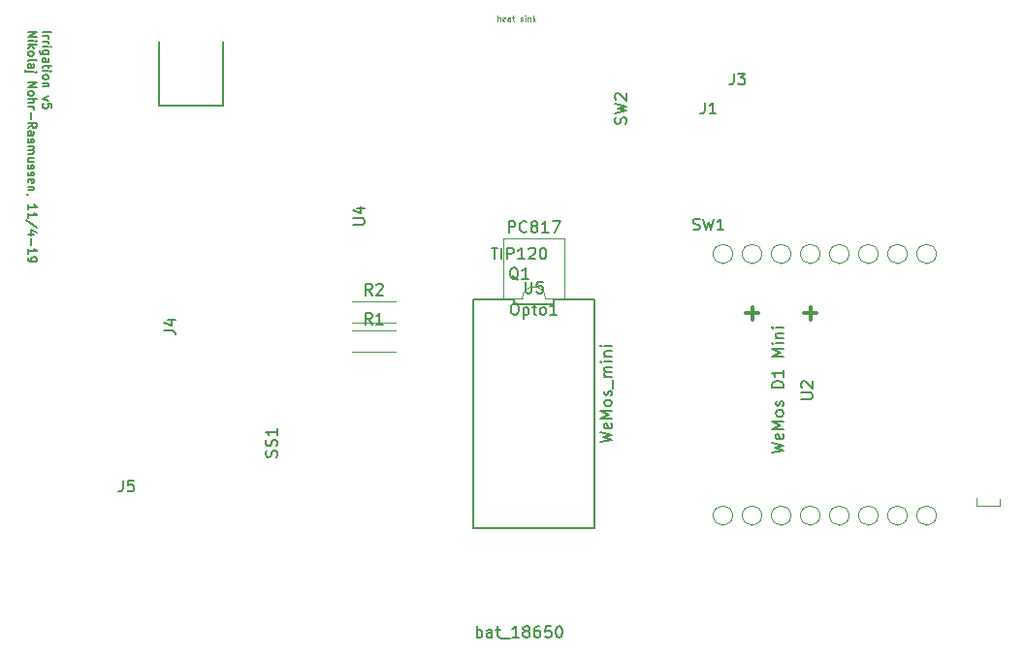
<source format=gto>
G04 #@! TF.GenerationSoftware,KiCad,Pcbnew,(5.0.2)-1*
G04 #@! TF.CreationDate,2019-04-11T22:06:56+02:00*
G04 #@! TF.ProjectId,irrigation_5Vvalve_4N25_CD74HC4052E_PCB,69727269-6761-4746-996f-6e5f35567661,rev?*
G04 #@! TF.SameCoordinates,Original*
G04 #@! TF.FileFunction,Legend,Top*
G04 #@! TF.FilePolarity,Positive*
%FSLAX46Y46*%
G04 Gerber Fmt 4.6, Leading zero omitted, Abs format (unit mm)*
G04 Created by KiCad (PCBNEW (5.0.2)-1) date 11-04-2019 22:06:56*
%MOMM*%
%LPD*%
G01*
G04 APERTURE LIST*
%ADD10C,0.150000*%
%ADD11C,0.300000*%
%ADD12C,0.100000*%
%ADD13C,0.120000*%
%ADD14C,0.060000*%
G04 APERTURE END LIST*
D10*
X21888214Y-21231071D02*
X22638214Y-21231071D01*
X21888214Y-21588214D02*
X22388214Y-21588214D01*
X22245357Y-21588214D02*
X22316785Y-21623928D01*
X22352500Y-21659642D01*
X22388214Y-21731071D01*
X22388214Y-21802500D01*
X21888214Y-22052500D02*
X22388214Y-22052500D01*
X22245357Y-22052500D02*
X22316785Y-22088214D01*
X22352500Y-22123928D01*
X22388214Y-22195357D01*
X22388214Y-22266785D01*
X21888214Y-22516785D02*
X22388214Y-22516785D01*
X22638214Y-22516785D02*
X22602500Y-22481071D01*
X22566785Y-22516785D01*
X22602500Y-22552500D01*
X22638214Y-22516785D01*
X22566785Y-22516785D01*
X22388214Y-23195357D02*
X21781071Y-23195357D01*
X21709642Y-23159642D01*
X21673928Y-23123928D01*
X21638214Y-23052500D01*
X21638214Y-22945357D01*
X21673928Y-22873928D01*
X21923928Y-23195357D02*
X21888214Y-23123928D01*
X21888214Y-22981071D01*
X21923928Y-22909642D01*
X21959642Y-22873928D01*
X22031071Y-22838214D01*
X22245357Y-22838214D01*
X22316785Y-22873928D01*
X22352500Y-22909642D01*
X22388214Y-22981071D01*
X22388214Y-23123928D01*
X22352500Y-23195357D01*
X21888214Y-23873928D02*
X22281071Y-23873928D01*
X22352500Y-23838214D01*
X22388214Y-23766785D01*
X22388214Y-23623928D01*
X22352500Y-23552500D01*
X21923928Y-23873928D02*
X21888214Y-23802500D01*
X21888214Y-23623928D01*
X21923928Y-23552500D01*
X21995357Y-23516785D01*
X22066785Y-23516785D01*
X22138214Y-23552500D01*
X22173928Y-23623928D01*
X22173928Y-23802500D01*
X22209642Y-23873928D01*
X22388214Y-24123928D02*
X22388214Y-24409642D01*
X22638214Y-24231071D02*
X21995357Y-24231071D01*
X21923928Y-24266785D01*
X21888214Y-24338214D01*
X21888214Y-24409642D01*
X21888214Y-24659642D02*
X22388214Y-24659642D01*
X22638214Y-24659642D02*
X22602500Y-24623928D01*
X22566785Y-24659642D01*
X22602500Y-24695357D01*
X22638214Y-24659642D01*
X22566785Y-24659642D01*
X21888214Y-25123928D02*
X21923928Y-25052500D01*
X21959642Y-25016785D01*
X22031071Y-24981071D01*
X22245357Y-24981071D01*
X22316785Y-25016785D01*
X22352500Y-25052500D01*
X22388214Y-25123928D01*
X22388214Y-25231071D01*
X22352500Y-25302500D01*
X22316785Y-25338214D01*
X22245357Y-25373928D01*
X22031071Y-25373928D01*
X21959642Y-25338214D01*
X21923928Y-25302500D01*
X21888214Y-25231071D01*
X21888214Y-25123928D01*
X22388214Y-25695357D02*
X21888214Y-25695357D01*
X22316785Y-25695357D02*
X22352500Y-25731071D01*
X22388214Y-25802500D01*
X22388214Y-25909642D01*
X22352500Y-25981071D01*
X22281071Y-26016785D01*
X21888214Y-26016785D01*
X22388214Y-26873928D02*
X21888214Y-27052500D01*
X22388214Y-27231071D01*
X22638214Y-27873928D02*
X22638214Y-27516785D01*
X22281071Y-27481071D01*
X22316785Y-27516785D01*
X22352500Y-27588214D01*
X22352500Y-27766785D01*
X22316785Y-27838214D01*
X22281071Y-27873928D01*
X22209642Y-27909642D01*
X22031071Y-27909642D01*
X21959642Y-27873928D01*
X21923928Y-27838214D01*
X21888214Y-27766785D01*
X21888214Y-27588214D01*
X21923928Y-27516785D01*
X21959642Y-27481071D01*
X20613214Y-21231071D02*
X21363214Y-21231071D01*
X20613214Y-21659642D01*
X21363214Y-21659642D01*
X20613214Y-22016785D02*
X21113214Y-22016785D01*
X21363214Y-22016785D02*
X21327500Y-21981071D01*
X21291785Y-22016785D01*
X21327500Y-22052500D01*
X21363214Y-22016785D01*
X21291785Y-22016785D01*
X20613214Y-22373928D02*
X21363214Y-22373928D01*
X20898928Y-22445357D02*
X20613214Y-22659642D01*
X21113214Y-22659642D02*
X20827500Y-22373928D01*
X20613214Y-23088214D02*
X20648928Y-23016785D01*
X20684642Y-22981071D01*
X20756071Y-22945357D01*
X20970357Y-22945357D01*
X21041785Y-22981071D01*
X21077500Y-23016785D01*
X21113214Y-23088214D01*
X21113214Y-23195357D01*
X21077500Y-23266785D01*
X21041785Y-23302500D01*
X20970357Y-23338214D01*
X20756071Y-23338214D01*
X20684642Y-23302500D01*
X20648928Y-23266785D01*
X20613214Y-23195357D01*
X20613214Y-23088214D01*
X20613214Y-23766785D02*
X20648928Y-23695357D01*
X20720357Y-23659642D01*
X21363214Y-23659642D01*
X20613214Y-24373928D02*
X21006071Y-24373928D01*
X21077500Y-24338214D01*
X21113214Y-24266785D01*
X21113214Y-24123928D01*
X21077500Y-24052500D01*
X20648928Y-24373928D02*
X20613214Y-24302500D01*
X20613214Y-24123928D01*
X20648928Y-24052500D01*
X20720357Y-24016785D01*
X20791785Y-24016785D01*
X20863214Y-24052500D01*
X20898928Y-24123928D01*
X20898928Y-24302500D01*
X20934642Y-24373928D01*
X21113214Y-24731071D02*
X20470357Y-24731071D01*
X20398928Y-24695357D01*
X20363214Y-24623928D01*
X20363214Y-24588214D01*
X21363214Y-24731071D02*
X21327500Y-24695357D01*
X21291785Y-24731071D01*
X21327500Y-24766785D01*
X21363214Y-24731071D01*
X21291785Y-24731071D01*
X20613214Y-25659642D02*
X21363214Y-25659642D01*
X20613214Y-26088214D01*
X21363214Y-26088214D01*
X20613214Y-26552500D02*
X20648928Y-26481071D01*
X20684642Y-26445357D01*
X20756071Y-26409642D01*
X20970357Y-26409642D01*
X21041785Y-26445357D01*
X21077500Y-26481071D01*
X21113214Y-26552500D01*
X21113214Y-26659642D01*
X21077500Y-26731071D01*
X21041785Y-26766785D01*
X20970357Y-26802500D01*
X20756071Y-26802500D01*
X20684642Y-26766785D01*
X20648928Y-26731071D01*
X20613214Y-26659642D01*
X20613214Y-26552500D01*
X20613214Y-27123928D02*
X21363214Y-27123928D01*
X20613214Y-27445357D02*
X21006071Y-27445357D01*
X21077500Y-27409642D01*
X21113214Y-27338214D01*
X21113214Y-27231071D01*
X21077500Y-27159642D01*
X21041785Y-27123928D01*
X20613214Y-27802500D02*
X21113214Y-27802500D01*
X20970357Y-27802500D02*
X21041785Y-27838214D01*
X21077500Y-27873928D01*
X21113214Y-27945357D01*
X21113214Y-28016785D01*
X20898928Y-28266785D02*
X20898928Y-28838214D01*
X20613214Y-29623928D02*
X20970357Y-29373928D01*
X20613214Y-29195357D02*
X21363214Y-29195357D01*
X21363214Y-29481071D01*
X21327500Y-29552500D01*
X21291785Y-29588214D01*
X21220357Y-29623928D01*
X21113214Y-29623928D01*
X21041785Y-29588214D01*
X21006071Y-29552500D01*
X20970357Y-29481071D01*
X20970357Y-29195357D01*
X20613214Y-30266785D02*
X21006071Y-30266785D01*
X21077500Y-30231071D01*
X21113214Y-30159642D01*
X21113214Y-30016785D01*
X21077500Y-29945357D01*
X20648928Y-30266785D02*
X20613214Y-30195357D01*
X20613214Y-30016785D01*
X20648928Y-29945357D01*
X20720357Y-29909642D01*
X20791785Y-29909642D01*
X20863214Y-29945357D01*
X20898928Y-30016785D01*
X20898928Y-30195357D01*
X20934642Y-30266785D01*
X20648928Y-30588214D02*
X20613214Y-30659642D01*
X20613214Y-30802500D01*
X20648928Y-30873928D01*
X20720357Y-30909642D01*
X20756071Y-30909642D01*
X20827500Y-30873928D01*
X20863214Y-30802500D01*
X20863214Y-30695357D01*
X20898928Y-30623928D01*
X20970357Y-30588214D01*
X21006071Y-30588214D01*
X21077500Y-30623928D01*
X21113214Y-30695357D01*
X21113214Y-30802500D01*
X21077500Y-30873928D01*
X20613214Y-31231071D02*
X21113214Y-31231071D01*
X21041785Y-31231071D02*
X21077499Y-31266785D01*
X21113214Y-31338214D01*
X21113214Y-31445357D01*
X21077499Y-31516785D01*
X21006071Y-31552500D01*
X20613214Y-31552500D01*
X21006071Y-31552500D02*
X21077499Y-31588214D01*
X21113214Y-31659642D01*
X21113214Y-31766785D01*
X21077499Y-31838214D01*
X21006071Y-31873928D01*
X20613214Y-31873928D01*
X21113214Y-32552500D02*
X20613214Y-32552500D01*
X21113214Y-32231071D02*
X20720357Y-32231071D01*
X20648928Y-32266785D01*
X20613214Y-32338214D01*
X20613214Y-32445357D01*
X20648928Y-32516785D01*
X20684642Y-32552500D01*
X20648928Y-32873928D02*
X20613214Y-32945357D01*
X20613214Y-33088214D01*
X20648928Y-33159642D01*
X20720357Y-33195357D01*
X20756071Y-33195357D01*
X20827499Y-33159642D01*
X20863214Y-33088214D01*
X20863214Y-32981071D01*
X20898928Y-32909642D01*
X20970357Y-32873928D01*
X21006071Y-32873928D01*
X21077499Y-32909642D01*
X21113214Y-32981071D01*
X21113214Y-33088214D01*
X21077499Y-33159642D01*
X20648928Y-33481071D02*
X20613214Y-33552500D01*
X20613214Y-33695357D01*
X20648928Y-33766785D01*
X20720357Y-33802500D01*
X20756071Y-33802500D01*
X20827499Y-33766785D01*
X20863214Y-33695357D01*
X20863214Y-33588214D01*
X20898928Y-33516785D01*
X20970357Y-33481071D01*
X21006071Y-33481071D01*
X21077499Y-33516785D01*
X21113214Y-33588214D01*
X21113214Y-33695357D01*
X21077499Y-33766785D01*
X20648928Y-34409642D02*
X20613214Y-34338214D01*
X20613214Y-34195357D01*
X20648928Y-34123928D01*
X20720357Y-34088214D01*
X21006071Y-34088214D01*
X21077499Y-34123928D01*
X21113214Y-34195357D01*
X21113214Y-34338214D01*
X21077499Y-34409642D01*
X21006071Y-34445357D01*
X20934642Y-34445357D01*
X20863214Y-34088214D01*
X21113214Y-34766785D02*
X20613214Y-34766785D01*
X21041785Y-34766785D02*
X21077499Y-34802500D01*
X21113214Y-34873928D01*
X21113214Y-34981071D01*
X21077499Y-35052500D01*
X21006071Y-35088214D01*
X20613214Y-35088214D01*
X20648928Y-35481071D02*
X20613214Y-35481071D01*
X20541785Y-35445357D01*
X20506071Y-35409642D01*
X20613214Y-36766785D02*
X20613214Y-36338214D01*
X20613214Y-36552500D02*
X21363214Y-36552500D01*
X21256071Y-36481071D01*
X21184642Y-36409642D01*
X21148928Y-36338214D01*
X20613214Y-37481071D02*
X20613214Y-37052500D01*
X20613214Y-37266785D02*
X21363214Y-37266785D01*
X21256071Y-37195357D01*
X21184642Y-37123928D01*
X21148928Y-37052500D01*
X21398928Y-38338214D02*
X20434642Y-37695357D01*
X21113214Y-38909642D02*
X20613214Y-38909642D01*
X21398928Y-38731071D02*
X20863214Y-38552500D01*
X20863214Y-39016785D01*
X20898928Y-39302500D02*
X20898928Y-39873928D01*
X20613214Y-40623928D02*
X20613214Y-40195357D01*
X20613214Y-40409642D02*
X21363214Y-40409642D01*
X21256071Y-40338214D01*
X21184642Y-40266785D01*
X21148928Y-40195357D01*
X20613214Y-40981071D02*
X20613214Y-41123928D01*
X20648928Y-41195357D01*
X20684642Y-41231071D01*
X20791785Y-41302500D01*
X20934642Y-41338214D01*
X21220357Y-41338214D01*
X21291785Y-41302500D01*
X21327499Y-41266785D01*
X21363214Y-41195357D01*
X21363214Y-41052500D01*
X21327499Y-40981071D01*
X21291785Y-40945357D01*
X21220357Y-40909642D01*
X21041785Y-40909642D01*
X20970357Y-40945357D01*
X20934642Y-40981071D01*
X20898928Y-41052500D01*
X20898928Y-41195357D01*
X20934642Y-41266785D01*
X20970357Y-41302500D01*
X21041785Y-41338214D01*
D11*
X84391428Y-45827142D02*
X83248571Y-45827142D01*
X83820000Y-46398571D02*
X83820000Y-45255714D01*
X89471428Y-45827142D02*
X88328571Y-45827142D01*
X88900000Y-46398571D02*
X88900000Y-45255714D01*
D10*
G04 #@! TO.C,U5*
X63016667Y-44620000D02*
X59510001Y-44620000D01*
X63016667Y-45070000D02*
X63016667Y-44620000D01*
X66523333Y-45070000D02*
X63016667Y-45070000D01*
X66523333Y-44620000D02*
X66523333Y-45070000D01*
X70030000Y-44620000D02*
X66523333Y-44620000D01*
X70029999Y-64600000D02*
X70030000Y-44620000D01*
X59510000Y-64600000D02*
X70029999Y-64600000D01*
X59510001Y-44620000D02*
X59510000Y-64600000D01*
D12*
G04 #@! TO.C,U2*
X103431738Y-62005820D02*
X103431738Y-62658459D01*
X103431738Y-62658459D02*
X105424932Y-62658459D01*
X105424932Y-62658459D02*
X105424932Y-62041098D01*
D13*
G04 #@! TO.C,Opto1*
X63770000Y-44510000D02*
G75*
G02X65770000Y-44510000I1000000J0D01*
G01*
X65770000Y-44510000D02*
X67420000Y-44510000D01*
X67420000Y-44510000D02*
X67420000Y-39310000D01*
X67420000Y-39310000D02*
X62120000Y-39310000D01*
X62120000Y-39310000D02*
X62120000Y-44510000D01*
X62120000Y-44510000D02*
X63770000Y-44510000D01*
G04 #@! TO.C,R1*
X48880000Y-49180000D02*
X52720000Y-49180000D01*
X48880000Y-47340000D02*
X52720000Y-47340000D01*
G04 #@! TO.C,R2*
X48880000Y-44800000D02*
X52720000Y-44800000D01*
X48880000Y-46640000D02*
X52720000Y-46640000D01*
D10*
G04 #@! TO.C,U4*
X37592000Y-22098000D02*
X37592000Y-27686000D01*
X37592000Y-27686000D02*
X32004000Y-27686000D01*
X32004000Y-27686000D02*
X32004000Y-22098000D01*
G04 #@! TD*
D12*
G04 #@! TO.C,U2*
X82130000Y-40640000D02*
G75*
G03X82130000Y-40640000I-850000J0D01*
G01*
X84670000Y-40640000D02*
G75*
G03X84670000Y-40640000I-850000J0D01*
G01*
X87210000Y-40640000D02*
G75*
G03X87210000Y-40640000I-850000J0D01*
G01*
X89750000Y-40640000D02*
G75*
G03X89750000Y-40640000I-850000J0D01*
G01*
X92290000Y-40640000D02*
G75*
G03X92290000Y-40640000I-850000J0D01*
G01*
X94830000Y-40640000D02*
G75*
G03X94830000Y-40640000I-850000J0D01*
G01*
X97370000Y-40640000D02*
G75*
G03X97370000Y-40640000I-850000J0D01*
G01*
X99910000Y-40640000D02*
G75*
G03X99910000Y-40640000I-850000J0D01*
G01*
X99910000Y-63500000D02*
G75*
G03X99910000Y-63500000I-850000J0D01*
G01*
X97370000Y-63500000D02*
G75*
G03X97370000Y-63500000I-850000J0D01*
G01*
X94830000Y-63500000D02*
G75*
G03X94830000Y-63500000I-850000J0D01*
G01*
X92290000Y-63500000D02*
G75*
G03X92290000Y-63500000I-850000J0D01*
G01*
X89750000Y-63500000D02*
G75*
G03X89750000Y-63500000I-850000J0D01*
G01*
X87210000Y-63500000D02*
G75*
G03X87210000Y-63500000I-850000J0D01*
G01*
X84670000Y-63500000D02*
G75*
G03X84670000Y-63500000I-850000J0D01*
G01*
X82130000Y-63500000D02*
G75*
G03X82130000Y-63500000I-850000J0D01*
G01*
G04 #@! TD*
G04 #@! TO.C,bat_18650*
D10*
X59785714Y-74152380D02*
X59785714Y-73152380D01*
X59785714Y-73533333D02*
X59880952Y-73485714D01*
X60071428Y-73485714D01*
X60166666Y-73533333D01*
X60214285Y-73580952D01*
X60261904Y-73676190D01*
X60261904Y-73961904D01*
X60214285Y-74057142D01*
X60166666Y-74104761D01*
X60071428Y-74152380D01*
X59880952Y-74152380D01*
X59785714Y-74104761D01*
X61119047Y-74152380D02*
X61119047Y-73628571D01*
X61071428Y-73533333D01*
X60976190Y-73485714D01*
X60785714Y-73485714D01*
X60690476Y-73533333D01*
X61119047Y-74104761D02*
X61023809Y-74152380D01*
X60785714Y-74152380D01*
X60690476Y-74104761D01*
X60642857Y-74009523D01*
X60642857Y-73914285D01*
X60690476Y-73819047D01*
X60785714Y-73771428D01*
X61023809Y-73771428D01*
X61119047Y-73723809D01*
X61452380Y-73485714D02*
X61833333Y-73485714D01*
X61595238Y-73152380D02*
X61595238Y-74009523D01*
X61642857Y-74104761D01*
X61738095Y-74152380D01*
X61833333Y-74152380D01*
X61928571Y-74247619D02*
X62690476Y-74247619D01*
X63452380Y-74152380D02*
X62880952Y-74152380D01*
X63166666Y-74152380D02*
X63166666Y-73152380D01*
X63071428Y-73295238D01*
X62976190Y-73390476D01*
X62880952Y-73438095D01*
X64023809Y-73580952D02*
X63928571Y-73533333D01*
X63880952Y-73485714D01*
X63833333Y-73390476D01*
X63833333Y-73342857D01*
X63880952Y-73247619D01*
X63928571Y-73200000D01*
X64023809Y-73152380D01*
X64214285Y-73152380D01*
X64309523Y-73200000D01*
X64357142Y-73247619D01*
X64404761Y-73342857D01*
X64404761Y-73390476D01*
X64357142Y-73485714D01*
X64309523Y-73533333D01*
X64214285Y-73580952D01*
X64023809Y-73580952D01*
X63928571Y-73628571D01*
X63880952Y-73676190D01*
X63833333Y-73771428D01*
X63833333Y-73961904D01*
X63880952Y-74057142D01*
X63928571Y-74104761D01*
X64023809Y-74152380D01*
X64214285Y-74152380D01*
X64309523Y-74104761D01*
X64357142Y-74057142D01*
X64404761Y-73961904D01*
X64404761Y-73771428D01*
X64357142Y-73676190D01*
X64309523Y-73628571D01*
X64214285Y-73580952D01*
X65261904Y-73152380D02*
X65071428Y-73152380D01*
X64976190Y-73200000D01*
X64928571Y-73247619D01*
X64833333Y-73390476D01*
X64785714Y-73580952D01*
X64785714Y-73961904D01*
X64833333Y-74057142D01*
X64880952Y-74104761D01*
X64976190Y-74152380D01*
X65166666Y-74152380D01*
X65261904Y-74104761D01*
X65309523Y-74057142D01*
X65357142Y-73961904D01*
X65357142Y-73723809D01*
X65309523Y-73628571D01*
X65261904Y-73580952D01*
X65166666Y-73533333D01*
X64976190Y-73533333D01*
X64880952Y-73580952D01*
X64833333Y-73628571D01*
X64785714Y-73723809D01*
X66261904Y-73152380D02*
X65785714Y-73152380D01*
X65738095Y-73628571D01*
X65785714Y-73580952D01*
X65880952Y-73533333D01*
X66119047Y-73533333D01*
X66214285Y-73580952D01*
X66261904Y-73628571D01*
X66309523Y-73723809D01*
X66309523Y-73961904D01*
X66261904Y-74057142D01*
X66214285Y-74104761D01*
X66119047Y-74152380D01*
X65880952Y-74152380D01*
X65785714Y-74104761D01*
X65738095Y-74057142D01*
X66928571Y-73152380D02*
X67023809Y-73152380D01*
X67119047Y-73200000D01*
X67166666Y-73247619D01*
X67214285Y-73342857D01*
X67261904Y-73533333D01*
X67261904Y-73771428D01*
X67214285Y-73961904D01*
X67166666Y-74057142D01*
X67119047Y-74104761D01*
X67023809Y-74152380D01*
X66928571Y-74152380D01*
X66833333Y-74104761D01*
X66785714Y-74057142D01*
X66738095Y-73961904D01*
X66690476Y-73771428D01*
X66690476Y-73533333D01*
X66738095Y-73342857D01*
X66785714Y-73247619D01*
X66833333Y-73200000D01*
X66928571Y-73152380D01*
G04 #@! TO.C,SW2*
X72794761Y-29273333D02*
X72842380Y-29130476D01*
X72842380Y-28892380D01*
X72794761Y-28797142D01*
X72747142Y-28749523D01*
X72651904Y-28701904D01*
X72556666Y-28701904D01*
X72461428Y-28749523D01*
X72413809Y-28797142D01*
X72366190Y-28892380D01*
X72318571Y-29082857D01*
X72270952Y-29178095D01*
X72223333Y-29225714D01*
X72128095Y-29273333D01*
X72032857Y-29273333D01*
X71937619Y-29225714D01*
X71890000Y-29178095D01*
X71842380Y-29082857D01*
X71842380Y-28844761D01*
X71890000Y-28701904D01*
X71842380Y-28368571D02*
X72842380Y-28130476D01*
X72128095Y-27940000D01*
X72842380Y-27749523D01*
X71842380Y-27511428D01*
X71937619Y-27178095D02*
X71890000Y-27130476D01*
X71842380Y-27035238D01*
X71842380Y-26797142D01*
X71890000Y-26701904D01*
X71937619Y-26654285D01*
X72032857Y-26606666D01*
X72128095Y-26606666D01*
X72270952Y-26654285D01*
X72842380Y-27225714D01*
X72842380Y-26606666D01*
G04 #@! TO.C,U5*
X64008095Y-43072380D02*
X64008095Y-43881904D01*
X64055714Y-43977142D01*
X64103333Y-44024761D01*
X64198571Y-44072380D01*
X64389047Y-44072380D01*
X64484285Y-44024761D01*
X64531904Y-43977142D01*
X64579523Y-43881904D01*
X64579523Y-43072380D01*
X65531904Y-43072380D02*
X65055714Y-43072380D01*
X65008095Y-43548571D01*
X65055714Y-43500952D01*
X65150952Y-43453333D01*
X65389047Y-43453333D01*
X65484285Y-43500952D01*
X65531904Y-43548571D01*
X65579523Y-43643809D01*
X65579523Y-43881904D01*
X65531904Y-43977142D01*
X65484285Y-44024761D01*
X65389047Y-44072380D01*
X65150952Y-44072380D01*
X65055714Y-44024761D01*
X65008095Y-43977142D01*
G04 #@! TO.C,J1*
X79676666Y-27392380D02*
X79676666Y-28106666D01*
X79629047Y-28249523D01*
X79533809Y-28344761D01*
X79390952Y-28392380D01*
X79295714Y-28392380D01*
X80676666Y-28392380D02*
X80105238Y-28392380D01*
X80390952Y-28392380D02*
X80390952Y-27392380D01*
X80295714Y-27535238D01*
X80200476Y-27630476D01*
X80105238Y-27678095D01*
G04 #@! TO.C,U2*
X88098380Y-53339904D02*
X88907904Y-53339904D01*
X89003142Y-53292285D01*
X89050761Y-53244666D01*
X89098380Y-53149428D01*
X89098380Y-52958952D01*
X89050761Y-52863714D01*
X89003142Y-52816095D01*
X88907904Y-52768476D01*
X88098380Y-52768476D01*
X88193619Y-52339904D02*
X88146000Y-52292285D01*
X88098380Y-52197047D01*
X88098380Y-51958952D01*
X88146000Y-51863714D01*
X88193619Y-51816095D01*
X88288857Y-51768476D01*
X88384095Y-51768476D01*
X88526952Y-51816095D01*
X89098380Y-52387523D01*
X89098380Y-51768476D01*
X70572380Y-57093904D02*
X71572380Y-56855809D01*
X70858095Y-56665333D01*
X71572380Y-56474857D01*
X70572380Y-56236761D01*
X71524761Y-55474857D02*
X71572380Y-55570095D01*
X71572380Y-55760571D01*
X71524761Y-55855809D01*
X71429523Y-55903428D01*
X71048571Y-55903428D01*
X70953333Y-55855809D01*
X70905714Y-55760571D01*
X70905714Y-55570095D01*
X70953333Y-55474857D01*
X71048571Y-55427238D01*
X71143809Y-55427238D01*
X71239047Y-55903428D01*
X71572380Y-54998666D02*
X70572380Y-54998666D01*
X71286666Y-54665333D01*
X70572380Y-54332000D01*
X71572380Y-54332000D01*
X71572380Y-53712952D02*
X71524761Y-53808190D01*
X71477142Y-53855809D01*
X71381904Y-53903428D01*
X71096190Y-53903428D01*
X71000952Y-53855809D01*
X70953333Y-53808190D01*
X70905714Y-53712952D01*
X70905714Y-53570095D01*
X70953333Y-53474857D01*
X71000952Y-53427238D01*
X71096190Y-53379619D01*
X71381904Y-53379619D01*
X71477142Y-53427238D01*
X71524761Y-53474857D01*
X71572380Y-53570095D01*
X71572380Y-53712952D01*
X71524761Y-52998666D02*
X71572380Y-52903428D01*
X71572380Y-52712952D01*
X71524761Y-52617714D01*
X71429523Y-52570095D01*
X71381904Y-52570095D01*
X71286666Y-52617714D01*
X71239047Y-52712952D01*
X71239047Y-52855809D01*
X71191428Y-52951047D01*
X71096190Y-52998666D01*
X71048571Y-52998666D01*
X70953333Y-52951047D01*
X70905714Y-52855809D01*
X70905714Y-52712952D01*
X70953333Y-52617714D01*
X71667619Y-52379619D02*
X71667619Y-51617714D01*
X71572380Y-51379619D02*
X70905714Y-51379619D01*
X71000952Y-51379619D02*
X70953333Y-51332000D01*
X70905714Y-51236761D01*
X70905714Y-51093904D01*
X70953333Y-50998666D01*
X71048571Y-50951047D01*
X71572380Y-50951047D01*
X71048571Y-50951047D02*
X70953333Y-50903428D01*
X70905714Y-50808190D01*
X70905714Y-50665333D01*
X70953333Y-50570095D01*
X71048571Y-50522476D01*
X71572380Y-50522476D01*
X71572380Y-50046285D02*
X70905714Y-50046285D01*
X70572380Y-50046285D02*
X70620000Y-50093904D01*
X70667619Y-50046285D01*
X70620000Y-49998666D01*
X70572380Y-50046285D01*
X70667619Y-50046285D01*
X70905714Y-49570095D02*
X71572380Y-49570095D01*
X71000952Y-49570095D02*
X70953333Y-49522476D01*
X70905714Y-49427238D01*
X70905714Y-49284380D01*
X70953333Y-49189142D01*
X71048571Y-49141523D01*
X71572380Y-49141523D01*
X71572380Y-48665333D02*
X70905714Y-48665333D01*
X70572380Y-48665333D02*
X70620000Y-48712952D01*
X70667619Y-48665333D01*
X70620000Y-48617714D01*
X70572380Y-48665333D01*
X70667619Y-48665333D01*
X85558380Y-58020751D02*
X86558380Y-57782656D01*
X85844095Y-57592180D01*
X86558380Y-57401703D01*
X85558380Y-57163608D01*
X86510761Y-56401703D02*
X86558380Y-56496942D01*
X86558380Y-56687418D01*
X86510761Y-56782656D01*
X86415523Y-56830275D01*
X86034571Y-56830275D01*
X85939333Y-56782656D01*
X85891714Y-56687418D01*
X85891714Y-56496942D01*
X85939333Y-56401703D01*
X86034571Y-56354084D01*
X86129809Y-56354084D01*
X86225047Y-56830275D01*
X86558380Y-55925513D02*
X85558380Y-55925513D01*
X86272666Y-55592180D01*
X85558380Y-55258846D01*
X86558380Y-55258846D01*
X86558380Y-54639799D02*
X86510761Y-54735037D01*
X86463142Y-54782656D01*
X86367904Y-54830275D01*
X86082190Y-54830275D01*
X85986952Y-54782656D01*
X85939333Y-54735037D01*
X85891714Y-54639799D01*
X85891714Y-54496942D01*
X85939333Y-54401703D01*
X85986952Y-54354084D01*
X86082190Y-54306465D01*
X86367904Y-54306465D01*
X86463142Y-54354084D01*
X86510761Y-54401703D01*
X86558380Y-54496942D01*
X86558380Y-54639799D01*
X86510761Y-53925513D02*
X86558380Y-53830275D01*
X86558380Y-53639799D01*
X86510761Y-53544561D01*
X86415523Y-53496942D01*
X86367904Y-53496942D01*
X86272666Y-53544561D01*
X86225047Y-53639799D01*
X86225047Y-53782656D01*
X86177428Y-53877894D01*
X86082190Y-53925513D01*
X86034571Y-53925513D01*
X85939333Y-53877894D01*
X85891714Y-53782656D01*
X85891714Y-53639799D01*
X85939333Y-53544561D01*
X86558380Y-52306465D02*
X85558380Y-52306465D01*
X85558380Y-52068370D01*
X85606000Y-51925513D01*
X85701238Y-51830275D01*
X85796476Y-51782656D01*
X85986952Y-51735037D01*
X86129809Y-51735037D01*
X86320285Y-51782656D01*
X86415523Y-51830275D01*
X86510761Y-51925513D01*
X86558380Y-52068370D01*
X86558380Y-52306465D01*
X86558380Y-50782656D02*
X86558380Y-51354084D01*
X86558380Y-51068370D02*
X85558380Y-51068370D01*
X85701238Y-51163608D01*
X85796476Y-51258846D01*
X85844095Y-51354084D01*
X86558380Y-49592180D02*
X85558380Y-49592180D01*
X86272666Y-49258846D01*
X85558380Y-48925513D01*
X86558380Y-48925513D01*
X86558380Y-48449322D02*
X85891714Y-48449322D01*
X85558380Y-48449322D02*
X85606000Y-48496942D01*
X85653619Y-48449322D01*
X85606000Y-48401703D01*
X85558380Y-48449322D01*
X85653619Y-48449322D01*
X85891714Y-47973132D02*
X86558380Y-47973132D01*
X85986952Y-47973132D02*
X85939333Y-47925513D01*
X85891714Y-47830275D01*
X85891714Y-47687418D01*
X85939333Y-47592180D01*
X86034571Y-47544561D01*
X86558380Y-47544561D01*
X86558380Y-47068370D02*
X85891714Y-47068370D01*
X85558380Y-47068370D02*
X85606000Y-47115989D01*
X85653619Y-47068370D01*
X85606000Y-47020751D01*
X85558380Y-47068370D01*
X85653619Y-47068370D01*
G04 #@! TO.C,J3*
X82216666Y-24852380D02*
X82216666Y-25566666D01*
X82169047Y-25709523D01*
X82073809Y-25804761D01*
X81930952Y-25852380D01*
X81835714Y-25852380D01*
X82597619Y-24852380D02*
X83216666Y-24852380D01*
X82883333Y-25233333D01*
X83026190Y-25233333D01*
X83121428Y-25280952D01*
X83169047Y-25328571D01*
X83216666Y-25423809D01*
X83216666Y-25661904D01*
X83169047Y-25757142D01*
X83121428Y-25804761D01*
X83026190Y-25852380D01*
X82740476Y-25852380D01*
X82645238Y-25804761D01*
X82597619Y-25757142D01*
G04 #@! TO.C,Opto1*
X63008095Y-44962380D02*
X63198571Y-44962380D01*
X63293809Y-45010000D01*
X63389047Y-45105238D01*
X63436666Y-45295714D01*
X63436666Y-45629047D01*
X63389047Y-45819523D01*
X63293809Y-45914761D01*
X63198571Y-45962380D01*
X63008095Y-45962380D01*
X62912857Y-45914761D01*
X62817619Y-45819523D01*
X62770000Y-45629047D01*
X62770000Y-45295714D01*
X62817619Y-45105238D01*
X62912857Y-45010000D01*
X63008095Y-44962380D01*
X63865238Y-45295714D02*
X63865238Y-46295714D01*
X63865238Y-45343333D02*
X63960476Y-45295714D01*
X64150952Y-45295714D01*
X64246190Y-45343333D01*
X64293809Y-45390952D01*
X64341428Y-45486190D01*
X64341428Y-45771904D01*
X64293809Y-45867142D01*
X64246190Y-45914761D01*
X64150952Y-45962380D01*
X63960476Y-45962380D01*
X63865238Y-45914761D01*
X64627142Y-45295714D02*
X65008095Y-45295714D01*
X64769999Y-44962380D02*
X64769999Y-45819523D01*
X64817619Y-45914761D01*
X64912857Y-45962380D01*
X65008095Y-45962380D01*
X65484285Y-45962380D02*
X65389047Y-45914761D01*
X65341428Y-45867142D01*
X65293809Y-45771904D01*
X65293809Y-45486190D01*
X65341428Y-45390952D01*
X65389047Y-45343333D01*
X65484285Y-45295714D01*
X65627142Y-45295714D01*
X65722380Y-45343333D01*
X65769999Y-45390952D01*
X65817619Y-45486190D01*
X65817619Y-45771904D01*
X65769999Y-45867142D01*
X65722380Y-45914761D01*
X65627142Y-45962380D01*
X65484285Y-45962380D01*
X66770000Y-45962380D02*
X66198571Y-45962380D01*
X66484285Y-45962380D02*
X66484285Y-44962380D01*
X66389047Y-45105238D01*
X66293809Y-45200476D01*
X66198571Y-45248095D01*
X62579523Y-38762380D02*
X62579523Y-37762380D01*
X62960476Y-37762380D01*
X63055714Y-37810000D01*
X63103333Y-37857619D01*
X63150952Y-37952857D01*
X63150952Y-38095714D01*
X63103333Y-38190952D01*
X63055714Y-38238571D01*
X62960476Y-38286190D01*
X62579523Y-38286190D01*
X64150952Y-38667142D02*
X64103333Y-38714761D01*
X63960476Y-38762380D01*
X63865238Y-38762380D01*
X63722380Y-38714761D01*
X63627142Y-38619523D01*
X63579523Y-38524285D01*
X63531904Y-38333809D01*
X63531904Y-38190952D01*
X63579523Y-38000476D01*
X63627142Y-37905238D01*
X63722380Y-37810000D01*
X63865238Y-37762380D01*
X63960476Y-37762380D01*
X64103333Y-37810000D01*
X64150952Y-37857619D01*
X64722380Y-38190952D02*
X64627142Y-38143333D01*
X64579523Y-38095714D01*
X64531904Y-38000476D01*
X64531904Y-37952857D01*
X64579523Y-37857619D01*
X64627142Y-37810000D01*
X64722380Y-37762380D01*
X64912857Y-37762380D01*
X65008095Y-37810000D01*
X65055714Y-37857619D01*
X65103333Y-37952857D01*
X65103333Y-38000476D01*
X65055714Y-38095714D01*
X65008095Y-38143333D01*
X64912857Y-38190952D01*
X64722380Y-38190952D01*
X64627142Y-38238571D01*
X64579523Y-38286190D01*
X64531904Y-38381428D01*
X64531904Y-38571904D01*
X64579523Y-38667142D01*
X64627142Y-38714761D01*
X64722380Y-38762380D01*
X64912857Y-38762380D01*
X65008095Y-38714761D01*
X65055714Y-38667142D01*
X65103333Y-38571904D01*
X65103333Y-38381428D01*
X65055714Y-38286190D01*
X65008095Y-38238571D01*
X64912857Y-38190952D01*
X66055714Y-38762380D02*
X65484285Y-38762380D01*
X65770000Y-38762380D02*
X65770000Y-37762380D01*
X65674761Y-37905238D01*
X65579523Y-38000476D01*
X65484285Y-38048095D01*
X66389047Y-37762380D02*
X67055714Y-37762380D01*
X66627142Y-38762380D01*
G04 #@! TO.C,R1*
X50633333Y-46792380D02*
X50300000Y-46316190D01*
X50061904Y-46792380D02*
X50061904Y-45792380D01*
X50442857Y-45792380D01*
X50538095Y-45840000D01*
X50585714Y-45887619D01*
X50633333Y-45982857D01*
X50633333Y-46125714D01*
X50585714Y-46220952D01*
X50538095Y-46268571D01*
X50442857Y-46316190D01*
X50061904Y-46316190D01*
X51585714Y-46792380D02*
X51014285Y-46792380D01*
X51300000Y-46792380D02*
X51300000Y-45792380D01*
X51204761Y-45935238D01*
X51109523Y-46030476D01*
X51014285Y-46078095D01*
G04 #@! TO.C,R2*
X50633333Y-44252380D02*
X50300000Y-43776190D01*
X50061904Y-44252380D02*
X50061904Y-43252380D01*
X50442857Y-43252380D01*
X50538095Y-43300000D01*
X50585714Y-43347619D01*
X50633333Y-43442857D01*
X50633333Y-43585714D01*
X50585714Y-43680952D01*
X50538095Y-43728571D01*
X50442857Y-43776190D01*
X50061904Y-43776190D01*
X51014285Y-43347619D02*
X51061904Y-43300000D01*
X51157142Y-43252380D01*
X51395238Y-43252380D01*
X51490476Y-43300000D01*
X51538095Y-43347619D01*
X51585714Y-43442857D01*
X51585714Y-43538095D01*
X51538095Y-43680952D01*
X50966666Y-44252380D01*
X51585714Y-44252380D01*
G04 #@! TO.C,SS1*
X42314761Y-58388095D02*
X42362380Y-58245238D01*
X42362380Y-58007142D01*
X42314761Y-57911904D01*
X42267142Y-57864285D01*
X42171904Y-57816666D01*
X42076666Y-57816666D01*
X41981428Y-57864285D01*
X41933809Y-57911904D01*
X41886190Y-58007142D01*
X41838571Y-58197619D01*
X41790952Y-58292857D01*
X41743333Y-58340476D01*
X41648095Y-58388095D01*
X41552857Y-58388095D01*
X41457619Y-58340476D01*
X41410000Y-58292857D01*
X41362380Y-58197619D01*
X41362380Y-57959523D01*
X41410000Y-57816666D01*
X42314761Y-57435714D02*
X42362380Y-57292857D01*
X42362380Y-57054761D01*
X42314761Y-56959523D01*
X42267142Y-56911904D01*
X42171904Y-56864285D01*
X42076666Y-56864285D01*
X41981428Y-56911904D01*
X41933809Y-56959523D01*
X41886190Y-57054761D01*
X41838571Y-57245238D01*
X41790952Y-57340476D01*
X41743333Y-57388095D01*
X41648095Y-57435714D01*
X41552857Y-57435714D01*
X41457619Y-57388095D01*
X41410000Y-57340476D01*
X41362380Y-57245238D01*
X41362380Y-57007142D01*
X41410000Y-56864285D01*
X42362380Y-55911904D02*
X42362380Y-56483333D01*
X42362380Y-56197619D02*
X41362380Y-56197619D01*
X41505238Y-56292857D01*
X41600476Y-56388095D01*
X41648095Y-56483333D01*
G04 #@! TO.C,SW1*
X78676666Y-38504761D02*
X78819523Y-38552380D01*
X79057619Y-38552380D01*
X79152857Y-38504761D01*
X79200476Y-38457142D01*
X79248095Y-38361904D01*
X79248095Y-38266666D01*
X79200476Y-38171428D01*
X79152857Y-38123809D01*
X79057619Y-38076190D01*
X78867142Y-38028571D01*
X78771904Y-37980952D01*
X78724285Y-37933333D01*
X78676666Y-37838095D01*
X78676666Y-37742857D01*
X78724285Y-37647619D01*
X78771904Y-37600000D01*
X78867142Y-37552380D01*
X79105238Y-37552380D01*
X79248095Y-37600000D01*
X79581428Y-37552380D02*
X79819523Y-38552380D01*
X80010000Y-37838095D01*
X80200476Y-38552380D01*
X80438571Y-37552380D01*
X81343333Y-38552380D02*
X80771904Y-38552380D01*
X81057619Y-38552380D02*
X81057619Y-37552380D01*
X80962380Y-37695238D01*
X80867142Y-37790476D01*
X80771904Y-37838095D01*
G04 #@! TO.C,Q1*
X63404761Y-42917619D02*
X63309523Y-42870000D01*
X63214285Y-42774761D01*
X63071428Y-42631904D01*
X62976190Y-42584285D01*
X62880952Y-42584285D01*
X62928571Y-42822380D02*
X62833333Y-42774761D01*
X62738095Y-42679523D01*
X62690476Y-42489047D01*
X62690476Y-42155714D01*
X62738095Y-41965238D01*
X62833333Y-41870000D01*
X62928571Y-41822380D01*
X63119047Y-41822380D01*
X63214285Y-41870000D01*
X63309523Y-41965238D01*
X63357142Y-42155714D01*
X63357142Y-42489047D01*
X63309523Y-42679523D01*
X63214285Y-42774761D01*
X63119047Y-42822380D01*
X62928571Y-42822380D01*
X64309523Y-42822380D02*
X63738095Y-42822380D01*
X64023809Y-42822380D02*
X64023809Y-41822380D01*
X63928571Y-41965238D01*
X63833333Y-42060476D01*
X63738095Y-42108095D01*
X61047619Y-40092380D02*
X61619047Y-40092380D01*
X61333333Y-41092380D02*
X61333333Y-40092380D01*
X61952380Y-41092380D02*
X61952380Y-40092380D01*
X62428571Y-41092380D02*
X62428571Y-40092380D01*
X62809523Y-40092380D01*
X62904761Y-40140000D01*
X62952380Y-40187619D01*
X63000000Y-40282857D01*
X63000000Y-40425714D01*
X62952380Y-40520952D01*
X62904761Y-40568571D01*
X62809523Y-40616190D01*
X62428571Y-40616190D01*
X63952380Y-41092380D02*
X63380952Y-41092380D01*
X63666666Y-41092380D02*
X63666666Y-40092380D01*
X63571428Y-40235238D01*
X63476190Y-40330476D01*
X63380952Y-40378095D01*
X64333333Y-40187619D02*
X64380952Y-40140000D01*
X64476190Y-40092380D01*
X64714285Y-40092380D01*
X64809523Y-40140000D01*
X64857142Y-40187619D01*
X64904761Y-40282857D01*
X64904761Y-40378095D01*
X64857142Y-40520952D01*
X64285714Y-41092380D01*
X64904761Y-41092380D01*
X65523809Y-40092380D02*
X65619047Y-40092380D01*
X65714285Y-40140000D01*
X65761904Y-40187619D01*
X65809523Y-40282857D01*
X65857142Y-40473333D01*
X65857142Y-40711428D01*
X65809523Y-40901904D01*
X65761904Y-40997142D01*
X65714285Y-41044761D01*
X65619047Y-41092380D01*
X65523809Y-41092380D01*
X65428571Y-41044761D01*
X65380952Y-40997142D01*
X65333333Y-40901904D01*
X65285714Y-40711428D01*
X65285714Y-40473333D01*
X65333333Y-40282857D01*
X65380952Y-40187619D01*
X65428571Y-40140000D01*
X65523809Y-40092380D01*
X63404761Y-42917619D02*
X63309523Y-42870000D01*
X63214285Y-42774761D01*
X63071428Y-42631904D01*
X62976190Y-42584285D01*
X62880952Y-42584285D01*
X62928571Y-42822380D02*
X62833333Y-42774761D01*
X62738095Y-42679523D01*
X62690476Y-42489047D01*
X62690476Y-42155714D01*
X62738095Y-41965238D01*
X62833333Y-41870000D01*
X62928571Y-41822380D01*
X63119047Y-41822380D01*
X63214285Y-41870000D01*
X63309523Y-41965238D01*
X63357142Y-42155714D01*
X63357142Y-42489047D01*
X63309523Y-42679523D01*
X63214285Y-42774761D01*
X63119047Y-42822380D01*
X62928571Y-42822380D01*
X64309523Y-42822380D02*
X63738095Y-42822380D01*
X64023809Y-42822380D02*
X64023809Y-41822380D01*
X63928571Y-41965238D01*
X63833333Y-42060476D01*
X63738095Y-42108095D01*
D14*
X61615047Y-20292190D02*
X61615047Y-19792190D01*
X61829333Y-20292190D02*
X61829333Y-20030285D01*
X61805523Y-19982666D01*
X61757904Y-19958857D01*
X61686476Y-19958857D01*
X61638857Y-19982666D01*
X61615047Y-20006476D01*
X62257904Y-20268380D02*
X62210285Y-20292190D01*
X62115047Y-20292190D01*
X62067428Y-20268380D01*
X62043619Y-20220761D01*
X62043619Y-20030285D01*
X62067428Y-19982666D01*
X62115047Y-19958857D01*
X62210285Y-19958857D01*
X62257904Y-19982666D01*
X62281714Y-20030285D01*
X62281714Y-20077904D01*
X62043619Y-20125523D01*
X62710285Y-20292190D02*
X62710285Y-20030285D01*
X62686476Y-19982666D01*
X62638857Y-19958857D01*
X62543619Y-19958857D01*
X62496000Y-19982666D01*
X62710285Y-20268380D02*
X62662666Y-20292190D01*
X62543619Y-20292190D01*
X62496000Y-20268380D01*
X62472190Y-20220761D01*
X62472190Y-20173142D01*
X62496000Y-20125523D01*
X62543619Y-20101714D01*
X62662666Y-20101714D01*
X62710285Y-20077904D01*
X62876952Y-19958857D02*
X63067428Y-19958857D01*
X62948380Y-19792190D02*
X62948380Y-20220761D01*
X62972190Y-20268380D01*
X63019809Y-20292190D01*
X63067428Y-20292190D01*
X63591238Y-20268380D02*
X63638857Y-20292190D01*
X63734095Y-20292190D01*
X63781714Y-20268380D01*
X63805523Y-20220761D01*
X63805523Y-20196952D01*
X63781714Y-20149333D01*
X63734095Y-20125523D01*
X63662666Y-20125523D01*
X63615047Y-20101714D01*
X63591238Y-20054095D01*
X63591238Y-20030285D01*
X63615047Y-19982666D01*
X63662666Y-19958857D01*
X63734095Y-19958857D01*
X63781714Y-19982666D01*
X64019809Y-20292190D02*
X64019809Y-19958857D01*
X64019809Y-19792190D02*
X63996000Y-19816000D01*
X64019809Y-19839809D01*
X64043619Y-19816000D01*
X64019809Y-19792190D01*
X64019809Y-19839809D01*
X64257904Y-19958857D02*
X64257904Y-20292190D01*
X64257904Y-20006476D02*
X64281714Y-19982666D01*
X64329333Y-19958857D01*
X64400761Y-19958857D01*
X64448380Y-19982666D01*
X64472190Y-20030285D01*
X64472190Y-20292190D01*
X64710285Y-20292190D02*
X64710285Y-19792190D01*
X64757904Y-20101714D02*
X64900761Y-20292190D01*
X64900761Y-19958857D02*
X64710285Y-20149333D01*
G04 #@! TO.C,J4*
D10*
X32472380Y-47323333D02*
X33186666Y-47323333D01*
X33329523Y-47370952D01*
X33424761Y-47466190D01*
X33472380Y-47609047D01*
X33472380Y-47704285D01*
X32805714Y-46418571D02*
X33472380Y-46418571D01*
X32424761Y-46656666D02*
X33139047Y-46894761D01*
X33139047Y-46275714D01*
G04 #@! TO.C,J5*
X28876666Y-60412380D02*
X28876666Y-61126666D01*
X28829047Y-61269523D01*
X28733809Y-61364761D01*
X28590952Y-61412380D01*
X28495714Y-61412380D01*
X29829047Y-60412380D02*
X29352857Y-60412380D01*
X29305238Y-60888571D01*
X29352857Y-60840952D01*
X29448095Y-60793333D01*
X29686190Y-60793333D01*
X29781428Y-60840952D01*
X29829047Y-60888571D01*
X29876666Y-60983809D01*
X29876666Y-61221904D01*
X29829047Y-61317142D01*
X29781428Y-61364761D01*
X29686190Y-61412380D01*
X29448095Y-61412380D01*
X29352857Y-61364761D01*
X29305238Y-61317142D01*
G04 #@! TO.C,U4*
X48982380Y-38099904D02*
X49791904Y-38099904D01*
X49887142Y-38052285D01*
X49934761Y-38004666D01*
X49982380Y-37909428D01*
X49982380Y-37718952D01*
X49934761Y-37623714D01*
X49887142Y-37576095D01*
X49791904Y-37528476D01*
X48982380Y-37528476D01*
X49315714Y-36623714D02*
X49982380Y-36623714D01*
X48934761Y-36861809D02*
X49649047Y-37099904D01*
X49649047Y-36480857D01*
G04 #@! TD*
M02*

</source>
